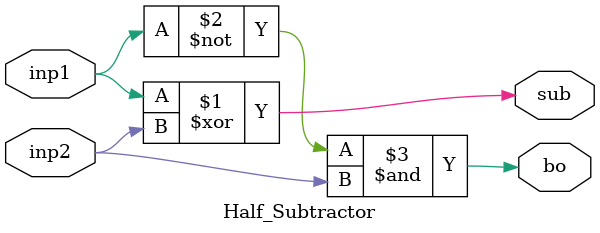
<source format=sv>
module a16bitsub(inp1,inp2,bin,sub,bo);
  parameter N=16;
  input [N-1:0]inp1,inp2;
  input bin;
  output reg [N-1:0]sub;
  output reg bo;
  wire b11,b12,b13;
  a4bitsub af0(.inp1(inp1[3:0]),.inp2(inp2[3:0]),.bin(bin),.sub(sub[3:0]),.bo(b11));
  a4bitsub af1(.inp1(inp1[7:4]),.inp2(inp2[7:4]),.bin(b11),.sub(sub[7:4]),.bo(b12));
  a4bitsub af2(.inp1(inp1[11:8]),.inp2(inp2[11:8]),.bin(b12),.sub(sub[11:8]),.bo(b13));
  a4bitsub af3(.inp1(inp1[15:12]),.inp2(inp2[15:12]),.bin(b13),.sub(sub[15:12]),.bo(bo));
endmodule

//4 bit subtractor

module a4bitsub(inp1,inp2,bin,sub,bo);
  input [3:0]inp1,inp2;
  input bin;
  output reg [3:0]sub;
  output reg bo;
  wire b1,b2,b3;
  fullsubtractor f0(.inp1(inp1[0]),.inp2(inp2[0]),.bin(bin),.sub(sub[0]),.bo(b1));
  fullsubtractor f1(.inp1(inp1[1]),.inp2(inp2[1]),.bin(b1),.sub(sub[1]),.bo(b2));
  fullsubtractor f2(.inp1(inp1[2]),.inp2(inp2[2]),.bin(b2),.sub(sub[2]),.bo(b3));
  fullsubtractor f3(.inp1(inp1[3]),.inp2(inp2[3]),.bin(b3),.sub(sub[3]),.bo(bo));
endmodule
//full subtractor

module fullsubtractor(inp1,inp2,bin,sub,bo);
  input inp1,inp2,bin;
  output reg sub,bo;
  wire b,b1,sub1;
  Half_Subtractor h1(.inp1(inp1),.inp2(inp2),.bo(b),.sub(sub1));
  Half_Subtractor h2(.inp1(sub1),.inp2(bin),.bo(b1),.sub(sub));
  or last(bo,b1,b);
endmodule
//half subtarctor
module Half_Subtractor(input inp1, inp2,output reg sub, bo);
assign sub = inp1 ^ inp2;
assign bo = ~inp1 & inp2;
endmodule

</source>
